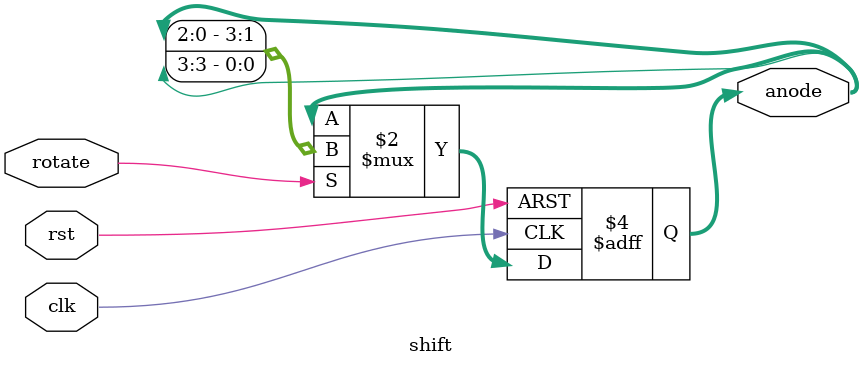
<source format=v>
`timescale 1ns / 1ps


module shift(
    input clk, rst, rotate,
output reg [3:0] anode
    );
always @(posedge clk, posedge rst) //always @
    if(rst) anode <= 4'b1110; 
    else if(rotate) anode <= {anode [2:0], anode[3]};
    

endmodule

</source>
